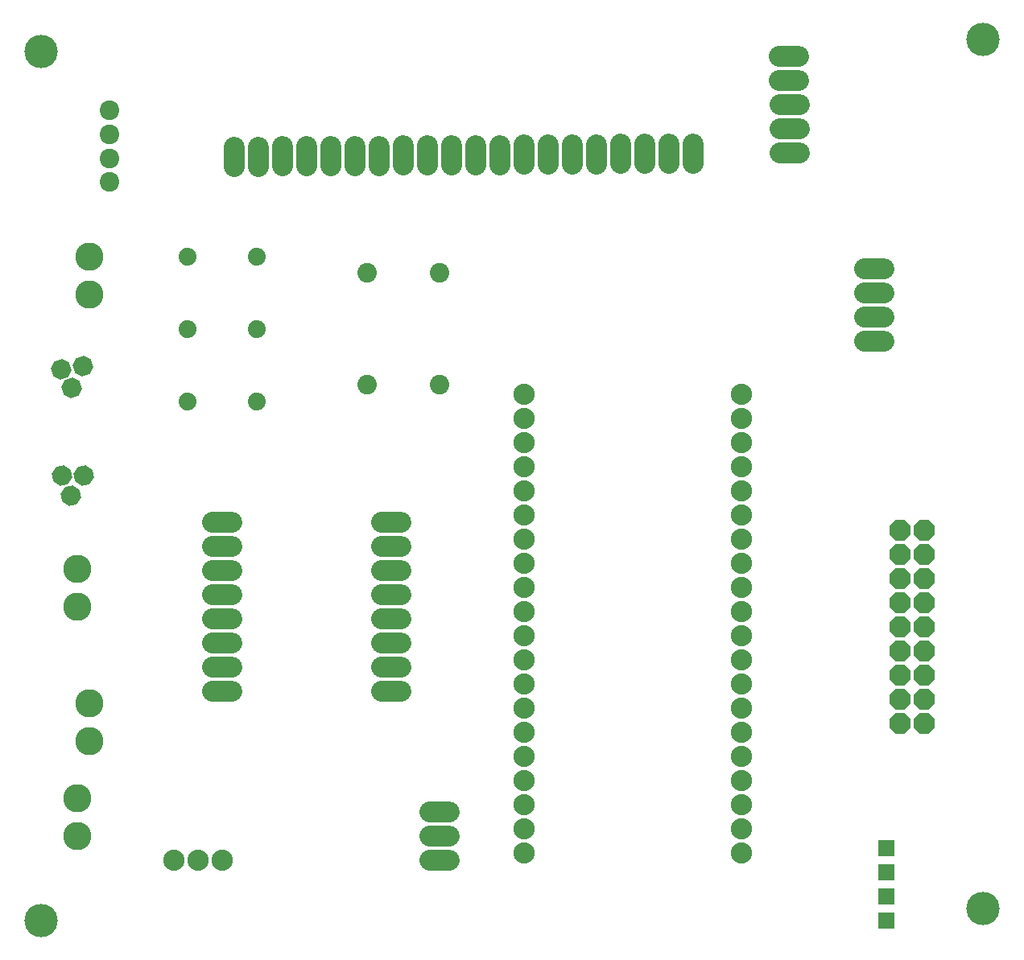
<source format=gbr>
G04 EAGLE Gerber RS-274X export*
G75*
%MOMM*%
%FSLAX34Y34*%
%LPD*%
%INSoldermask Top*%
%IPPOS*%
%AMOC8*
5,1,8,0,0,1.08239X$1,22.5*%
G01*
G04 Define Apertures*
%ADD10C,2.969200*%
%ADD11C,2.235200*%
%ADD12P,2.41936X8X292.5*%
%ADD13P,2.19942X8X79*%
%ADD14P,2.19942X8X86*%
%ADD15C,2.049200*%
%ADD16C,1.879200*%
%ADD17C,2.239200*%
%ADD18R,1.819200X1.819200*%
%ADD19C,2.235200*%
%ADD20C,2.059200*%
%ADD21C,3.505200*%
D10*
X76200Y127000D03*
X76200Y166600D03*
D11*
X447040Y101600D02*
X467360Y101600D01*
X467360Y127000D02*
X447040Y127000D01*
X447040Y152400D02*
X467360Y152400D01*
D12*
X941450Y448820D03*
X966850Y448820D03*
X941450Y423420D03*
X966850Y423420D03*
X941450Y398020D03*
X966850Y398020D03*
X941450Y372620D03*
X966850Y372620D03*
X941450Y347220D03*
X966850Y347220D03*
X941450Y321820D03*
X966850Y321820D03*
X941450Y296420D03*
X966850Y296420D03*
X941450Y271020D03*
X966850Y271020D03*
X941450Y245620D03*
X966850Y245620D03*
D11*
X924560Y647700D02*
X904240Y647700D01*
X904240Y673100D02*
X924560Y673100D01*
X924560Y698500D02*
X904240Y698500D01*
X904240Y723900D02*
X924560Y723900D01*
X469968Y833086D02*
X469826Y853405D01*
X444427Y853228D02*
X444569Y832909D01*
X419169Y832731D02*
X419028Y853051D01*
X393628Y852873D02*
X393770Y832554D01*
X368371Y832377D02*
X368229Y852696D01*
X342829Y852519D02*
X342971Y832199D01*
X317572Y832022D02*
X317430Y852342D01*
X292031Y852164D02*
X292172Y831845D01*
X266773Y831667D02*
X266631Y851987D01*
X241232Y851810D02*
X241374Y831490D01*
X723962Y834859D02*
X723820Y855179D01*
X698421Y855001D02*
X698563Y834682D01*
X673163Y834505D02*
X673021Y854824D01*
X647622Y854647D02*
X647764Y834327D01*
X622364Y834150D02*
X622223Y854469D01*
X596823Y854292D02*
X596965Y833973D01*
X571566Y833795D02*
X571424Y854115D01*
X546024Y853937D02*
X546166Y833618D01*
X520767Y833441D02*
X520625Y853760D01*
X495226Y853583D02*
X495368Y833263D01*
X814620Y947255D02*
X834939Y947397D01*
X835116Y921997D02*
X814797Y921855D01*
X814974Y896456D02*
X835294Y896598D01*
X835471Y871199D02*
X815151Y871057D01*
X815329Y845657D02*
X835648Y845799D01*
D13*
X69190Y484710D03*
X60314Y505814D03*
X83210Y505890D03*
D14*
X70533Y598234D03*
X59152Y618100D03*
X81867Y620966D03*
D15*
X457200Y601600D03*
X457200Y719200D03*
X381000Y601600D03*
X381000Y719200D03*
D16*
X192400Y660400D03*
X264800Y660400D03*
X192400Y584200D03*
X264800Y584200D03*
X192400Y736600D03*
X264800Y736600D03*
D11*
X238760Y279400D02*
X218440Y279400D01*
X218440Y304800D02*
X238760Y304800D01*
X238760Y330200D02*
X218440Y330200D01*
X218440Y355600D02*
X238760Y355600D01*
X238760Y381000D02*
X218440Y381000D01*
X218440Y406400D02*
X238760Y406400D01*
X238760Y431800D02*
X218440Y431800D01*
X218440Y457200D02*
X238760Y457200D01*
X396240Y279400D02*
X416560Y279400D01*
X416560Y304800D02*
X396240Y304800D01*
X396240Y330200D02*
X416560Y330200D01*
X416560Y355600D02*
X396240Y355600D01*
X396240Y381000D02*
X416560Y381000D01*
X416560Y406400D02*
X396240Y406400D01*
X396240Y431800D02*
X416560Y431800D01*
X416560Y457200D02*
X396240Y457200D01*
D17*
X546100Y109200D03*
X546100Y134600D03*
X546100Y160000D03*
X546100Y185400D03*
X546100Y210800D03*
X546100Y236200D03*
X546100Y261600D03*
X546100Y287000D03*
X546100Y312400D03*
X546100Y337800D03*
X546100Y363200D03*
X546100Y388600D03*
X546100Y414000D03*
X546100Y439400D03*
X546100Y464800D03*
X546100Y490200D03*
X546100Y515600D03*
X546100Y541000D03*
X546100Y566400D03*
X546100Y591800D03*
X774700Y109200D03*
X774700Y134600D03*
X774700Y160000D03*
X774700Y185400D03*
X774700Y210800D03*
X774700Y236200D03*
X774700Y261600D03*
X774700Y287000D03*
X774700Y312400D03*
X774700Y337800D03*
X774700Y363200D03*
X774700Y388600D03*
X774700Y414000D03*
X774700Y439400D03*
X774700Y464800D03*
X774700Y490200D03*
X774700Y515600D03*
X774700Y541000D03*
X774700Y566400D03*
X774700Y591800D03*
D18*
X927100Y38100D03*
X927100Y63500D03*
X927100Y88900D03*
X927100Y114300D03*
D10*
X76200Y368300D03*
X76200Y407900D03*
D19*
X177800Y101600D03*
X203200Y101600D03*
X228600Y101600D03*
D10*
X88900Y736600D03*
X88900Y697000D03*
X88990Y266700D03*
X88990Y227100D03*
D20*
X109756Y815204D03*
X109756Y840204D03*
X109756Y865204D03*
X109756Y890204D03*
D21*
X38100Y952500D03*
X1028700Y965200D03*
X38100Y38100D03*
X1028700Y50800D03*
M02*

</source>
